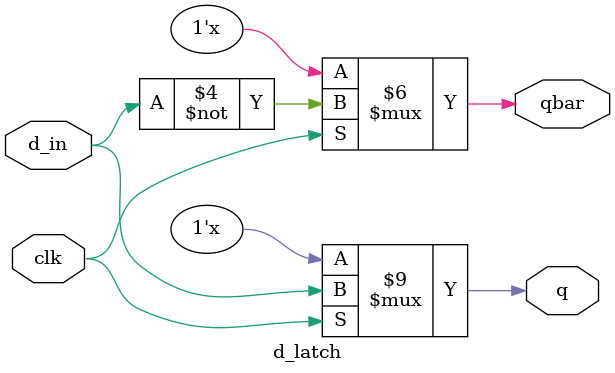
<source format=v>
module d_latch(d_in,clk,q,qbar);
    input d_in;
    input clk;
    output reg q;
    output reg qbar;


    always @(*) begin
        if (clk == 1'b0) begin
            q = q; qbar = ~q;
        end
        else begin
            q = d_in; qbar = ~(d_in);
        end
    end
endmodule

</source>
